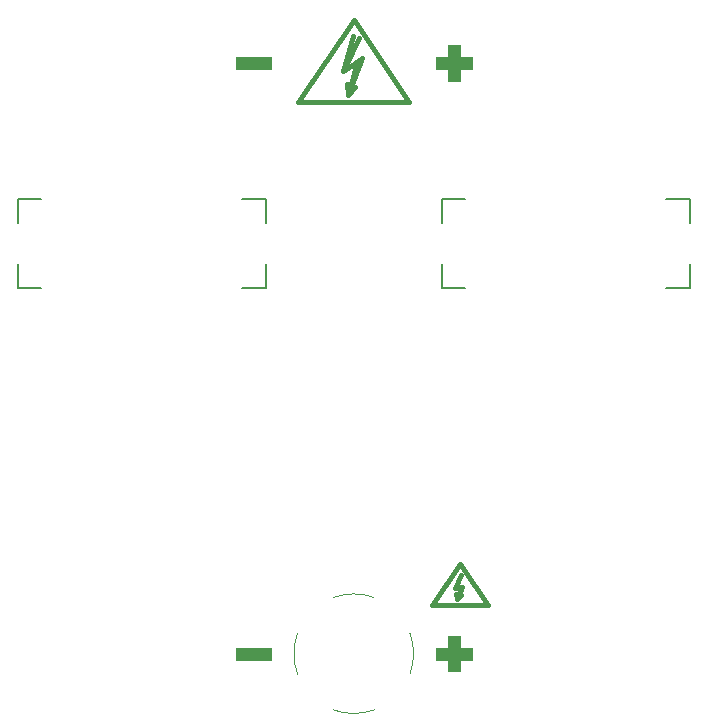
<source format=gbr>
G04 #@! TF.GenerationSoftware,KiCad,Pcbnew,(5.1.8)-1*
G04 #@! TF.CreationDate,2020-12-10T13:26:07-05:00*
G04 #@! TF.ProjectId,dl3000-adapters,646c3330-3030-42d6-9164-617074657273,rev?*
G04 #@! TF.SameCoordinates,Original*
G04 #@! TF.FileFunction,Legend,Top*
G04 #@! TF.FilePolarity,Positive*
%FSLAX46Y46*%
G04 Gerber Fmt 4.6, Leading zero omitted, Abs format (unit mm)*
G04 Created by KiCad (PCBNEW (5.1.8)-1) date 2020-12-10 13:26:07*
%MOMM*%
%LPD*%
G01*
G04 APERTURE LIST*
%ADD10C,0.150000*%
%ADD11C,0.381000*%
%ADD12C,0.120000*%
%ADD13C,0.100000*%
G04 APERTURE END LIST*
D10*
X178450000Y-69000000D02*
X176450000Y-69000000D01*
X178450000Y-69000000D02*
X178450000Y-67000000D01*
X178450000Y-61500000D02*
X176450000Y-61500000D01*
X178450000Y-63500000D02*
X178450000Y-61500000D01*
X157450000Y-63500000D02*
X157450000Y-61500000D01*
X157450000Y-69000000D02*
X157450000Y-67000000D01*
X159450000Y-69000000D02*
X157450000Y-69000000D01*
X159450000Y-61500000D02*
X157450000Y-61500000D01*
X121550000Y-61500000D02*
X123550000Y-61500000D01*
X121550000Y-61500000D02*
X121550000Y-63500000D01*
X121550000Y-69000000D02*
X123550000Y-69000000D01*
X121550000Y-67000000D02*
X121550000Y-69000000D01*
X142550000Y-67000000D02*
X142550000Y-69000000D01*
X142550000Y-61500000D02*
X142550000Y-63500000D01*
X140550000Y-61500000D02*
X142550000Y-61500000D01*
X140550000Y-69000000D02*
X142550000Y-69000000D01*
D11*
X156650500Y-95897000D02*
X159000000Y-92404500D01*
X161349500Y-95897000D02*
X156650500Y-95897000D01*
X159000000Y-92404500D02*
X161349500Y-95897000D01*
X159101600Y-93331600D02*
X158542800Y-94449200D01*
X158542800Y-94449200D02*
X159177800Y-94322200D01*
X159177800Y-94322200D02*
X158720600Y-95338200D01*
X158695200Y-94931800D02*
X158720600Y-95338200D01*
X158720600Y-95338200D02*
X159101600Y-95033400D01*
X145301000Y-53294000D02*
X150000000Y-46309000D01*
X154699000Y-53294000D02*
X145301000Y-53294000D01*
X150000000Y-46309000D02*
X154699000Y-53294000D01*
X149502160Y-52699640D02*
X149400560Y-51800480D01*
X150299720Y-49900560D02*
X149502160Y-52699640D01*
X149100840Y-50700660D02*
X150299720Y-49900560D01*
X149900940Y-47700920D02*
X149100840Y-50700660D01*
X149502160Y-52699640D02*
X150101600Y-52001140D01*
X149100840Y-50700660D02*
X150401320Y-47899040D01*
X150701040Y-49600840D02*
X150101600Y-49999620D01*
X149502160Y-52699640D02*
X150701040Y-49600840D01*
D12*
X145236411Y-98287337D02*
G75*
G03*
X145250000Y-101750000I4763589J-1712663D01*
G01*
X148287337Y-104763589D02*
G75*
G03*
X151750000Y-104750000I1712663J4763589D01*
G01*
X154763589Y-101712663D02*
G75*
G03*
X154750000Y-98250000I-4763589J1712663D01*
G01*
X151712663Y-95236411D02*
G75*
G03*
X148250000Y-95250000I-1712663J-4763589D01*
G01*
D13*
G36*
X143000000Y-50500000D02*
G01*
X140000000Y-50500000D01*
X140000000Y-49500000D01*
X143000000Y-49500000D01*
X143000000Y-50500000D01*
G37*
X143000000Y-50500000D02*
X140000000Y-50500000D01*
X140000000Y-49500000D01*
X143000000Y-49500000D01*
X143000000Y-50500000D01*
G36*
X159000000Y-49500000D02*
G01*
X160000000Y-49500000D01*
X160000000Y-50500000D01*
X159000000Y-50500000D01*
X159000000Y-51500000D01*
X158000000Y-51500000D01*
X158000000Y-50500000D01*
X157000000Y-50500000D01*
X157000000Y-49500000D01*
X158000000Y-49500000D01*
X158000000Y-48500000D01*
X159000000Y-48500000D01*
X159000000Y-49500000D01*
G37*
X159000000Y-49500000D02*
X160000000Y-49500000D01*
X160000000Y-50500000D01*
X159000000Y-50500000D01*
X159000000Y-51500000D01*
X158000000Y-51500000D01*
X158000000Y-50500000D01*
X157000000Y-50500000D01*
X157000000Y-49500000D01*
X158000000Y-49500000D01*
X158000000Y-48500000D01*
X159000000Y-48500000D01*
X159000000Y-49500000D01*
G36*
X159000000Y-99500000D02*
G01*
X160000000Y-99500000D01*
X160000000Y-100500000D01*
X159000000Y-100500000D01*
X159000000Y-101500000D01*
X158000000Y-101500000D01*
X158000000Y-100500000D01*
X157000000Y-100500000D01*
X157000000Y-99500000D01*
X158000000Y-99500000D01*
X158000000Y-98500000D01*
X159000000Y-98500000D01*
X159000000Y-99500000D01*
G37*
X159000000Y-99500000D02*
X160000000Y-99500000D01*
X160000000Y-100500000D01*
X159000000Y-100500000D01*
X159000000Y-101500000D01*
X158000000Y-101500000D01*
X158000000Y-100500000D01*
X157000000Y-100500000D01*
X157000000Y-99500000D01*
X158000000Y-99500000D01*
X158000000Y-98500000D01*
X159000000Y-98500000D01*
X159000000Y-99500000D01*
G36*
X143000000Y-100500000D02*
G01*
X140000000Y-100500000D01*
X140000000Y-99500000D01*
X143000000Y-99500000D01*
X143000000Y-100500000D01*
G37*
X143000000Y-100500000D02*
X140000000Y-100500000D01*
X140000000Y-99500000D01*
X143000000Y-99500000D01*
X143000000Y-100500000D01*
M02*

</source>
